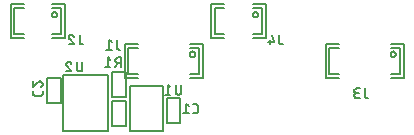
<source format=gbo>
G75*
%MOIN*%
%OFA0B0*%
%FSLAX25Y25*%
%IPPOS*%
%LPD*%
%AMOC8*
5,1,8,0,0,1.08239X$1,22.5*
%
%ADD10C,0.00500*%
%ADD11C,0.00700*%
D10*
X0061000Y0042496D02*
X0061000Y0057457D01*
X0072024Y0057457D01*
X0072024Y0042496D01*
X0061000Y0042496D01*
X0059499Y0044044D02*
X0059499Y0052444D01*
X0055099Y0052444D01*
X0055099Y0044044D01*
X0059499Y0044044D01*
X0053756Y0042535D02*
X0053756Y0061236D01*
X0038795Y0061236D01*
X0038795Y0042535D01*
X0053756Y0042535D01*
X0037846Y0051918D02*
X0037846Y0060318D01*
X0033446Y0060318D01*
X0033446Y0051918D01*
X0037846Y0051918D01*
X0055099Y0053887D02*
X0059499Y0053887D01*
X0059499Y0062287D01*
X0055099Y0062287D01*
X0055099Y0053887D01*
X0059268Y0060291D02*
X0063598Y0060291D01*
X0063598Y0061630D02*
X0060449Y0061630D01*
X0060449Y0070291D01*
X0063598Y0070291D01*
X0063598Y0071630D02*
X0059268Y0071630D01*
X0059268Y0060291D01*
X0073209Y0053625D02*
X0077609Y0053625D01*
X0077609Y0045225D01*
X0073209Y0045225D01*
X0073209Y0053625D01*
X0080921Y0060291D02*
X0085252Y0060291D01*
X0085252Y0071630D01*
X0080921Y0071630D01*
X0080921Y0070291D02*
X0084071Y0070291D01*
X0084071Y0061630D01*
X0080921Y0061630D01*
X0080907Y0068143D02*
X0080909Y0068203D01*
X0080915Y0068262D01*
X0080925Y0068321D01*
X0080939Y0068379D01*
X0080956Y0068436D01*
X0080978Y0068492D01*
X0081003Y0068546D01*
X0081032Y0068599D01*
X0081064Y0068649D01*
X0081099Y0068697D01*
X0081138Y0068743D01*
X0081179Y0068786D01*
X0081224Y0068826D01*
X0081271Y0068863D01*
X0081320Y0068897D01*
X0081371Y0068927D01*
X0081425Y0068954D01*
X0081480Y0068977D01*
X0081536Y0068997D01*
X0081594Y0069013D01*
X0081652Y0069025D01*
X0081712Y0069033D01*
X0081771Y0069037D01*
X0081831Y0069037D01*
X0081890Y0069033D01*
X0081950Y0069025D01*
X0082008Y0069013D01*
X0082066Y0068997D01*
X0082122Y0068977D01*
X0082177Y0068954D01*
X0082231Y0068927D01*
X0082282Y0068897D01*
X0082331Y0068863D01*
X0082378Y0068826D01*
X0082423Y0068786D01*
X0082464Y0068743D01*
X0082503Y0068697D01*
X0082538Y0068649D01*
X0082570Y0068599D01*
X0082599Y0068546D01*
X0082624Y0068492D01*
X0082646Y0068436D01*
X0082663Y0068379D01*
X0082677Y0068321D01*
X0082687Y0068262D01*
X0082693Y0068203D01*
X0082695Y0068143D01*
X0082693Y0068083D01*
X0082687Y0068024D01*
X0082677Y0067965D01*
X0082663Y0067907D01*
X0082646Y0067850D01*
X0082624Y0067794D01*
X0082599Y0067740D01*
X0082570Y0067687D01*
X0082538Y0067637D01*
X0082503Y0067589D01*
X0082464Y0067543D01*
X0082423Y0067500D01*
X0082378Y0067460D01*
X0082331Y0067423D01*
X0082282Y0067389D01*
X0082231Y0067359D01*
X0082177Y0067332D01*
X0082122Y0067309D01*
X0082066Y0067289D01*
X0082008Y0067273D01*
X0081950Y0067261D01*
X0081890Y0067253D01*
X0081831Y0067249D01*
X0081771Y0067249D01*
X0081712Y0067253D01*
X0081652Y0067261D01*
X0081594Y0067273D01*
X0081536Y0067289D01*
X0081480Y0067309D01*
X0081425Y0067332D01*
X0081371Y0067359D01*
X0081320Y0067389D01*
X0081271Y0067423D01*
X0081224Y0067460D01*
X0081179Y0067500D01*
X0081138Y0067543D01*
X0081099Y0067589D01*
X0081064Y0067637D01*
X0081032Y0067687D01*
X0081003Y0067740D01*
X0080978Y0067794D01*
X0080956Y0067850D01*
X0080939Y0067907D01*
X0080925Y0067965D01*
X0080915Y0068024D01*
X0080909Y0068083D01*
X0080907Y0068143D01*
X0088126Y0073480D02*
X0092457Y0073480D01*
X0092457Y0074819D02*
X0089307Y0074819D01*
X0089307Y0083480D01*
X0092457Y0083480D01*
X0092457Y0084819D02*
X0088126Y0084819D01*
X0088126Y0073480D01*
X0101906Y0073480D02*
X0106236Y0073480D01*
X0106236Y0084819D01*
X0101906Y0084819D01*
X0101906Y0083480D02*
X0105055Y0083480D01*
X0105055Y0074819D01*
X0101906Y0074819D01*
X0101891Y0081331D02*
X0101893Y0081391D01*
X0101899Y0081450D01*
X0101909Y0081509D01*
X0101923Y0081567D01*
X0101940Y0081624D01*
X0101962Y0081680D01*
X0101987Y0081734D01*
X0102016Y0081787D01*
X0102048Y0081837D01*
X0102083Y0081885D01*
X0102122Y0081931D01*
X0102163Y0081974D01*
X0102208Y0082014D01*
X0102255Y0082051D01*
X0102304Y0082085D01*
X0102355Y0082115D01*
X0102409Y0082142D01*
X0102464Y0082165D01*
X0102520Y0082185D01*
X0102578Y0082201D01*
X0102636Y0082213D01*
X0102696Y0082221D01*
X0102755Y0082225D01*
X0102815Y0082225D01*
X0102874Y0082221D01*
X0102934Y0082213D01*
X0102992Y0082201D01*
X0103050Y0082185D01*
X0103106Y0082165D01*
X0103161Y0082142D01*
X0103215Y0082115D01*
X0103266Y0082085D01*
X0103315Y0082051D01*
X0103362Y0082014D01*
X0103407Y0081974D01*
X0103448Y0081931D01*
X0103487Y0081885D01*
X0103522Y0081837D01*
X0103554Y0081787D01*
X0103583Y0081734D01*
X0103608Y0081680D01*
X0103630Y0081624D01*
X0103647Y0081567D01*
X0103661Y0081509D01*
X0103671Y0081450D01*
X0103677Y0081391D01*
X0103679Y0081331D01*
X0103677Y0081271D01*
X0103671Y0081212D01*
X0103661Y0081153D01*
X0103647Y0081095D01*
X0103630Y0081038D01*
X0103608Y0080982D01*
X0103583Y0080928D01*
X0103554Y0080875D01*
X0103522Y0080825D01*
X0103487Y0080777D01*
X0103448Y0080731D01*
X0103407Y0080688D01*
X0103362Y0080648D01*
X0103315Y0080611D01*
X0103266Y0080577D01*
X0103215Y0080547D01*
X0103161Y0080520D01*
X0103106Y0080497D01*
X0103050Y0080477D01*
X0102992Y0080461D01*
X0102934Y0080449D01*
X0102874Y0080441D01*
X0102815Y0080437D01*
X0102755Y0080437D01*
X0102696Y0080441D01*
X0102636Y0080449D01*
X0102578Y0080461D01*
X0102520Y0080477D01*
X0102464Y0080497D01*
X0102409Y0080520D01*
X0102355Y0080547D01*
X0102304Y0080577D01*
X0102255Y0080611D01*
X0102208Y0080648D01*
X0102163Y0080688D01*
X0102122Y0080731D01*
X0102083Y0080777D01*
X0102048Y0080825D01*
X0102016Y0080875D01*
X0101987Y0080928D01*
X0101962Y0080982D01*
X0101940Y0081038D01*
X0101923Y0081095D01*
X0101909Y0081153D01*
X0101899Y0081212D01*
X0101893Y0081271D01*
X0101891Y0081331D01*
X0126197Y0071630D02*
X0126197Y0060291D01*
X0130528Y0060291D01*
X0130528Y0061630D02*
X0127378Y0061630D01*
X0127378Y0070291D01*
X0130528Y0070291D01*
X0130528Y0071630D02*
X0126197Y0071630D01*
X0147850Y0071630D02*
X0152181Y0071630D01*
X0152181Y0060291D01*
X0147850Y0060291D01*
X0147850Y0061630D02*
X0151000Y0061630D01*
X0151000Y0070291D01*
X0147850Y0070291D01*
X0147836Y0068143D02*
X0147838Y0068203D01*
X0147844Y0068262D01*
X0147854Y0068321D01*
X0147868Y0068379D01*
X0147885Y0068436D01*
X0147907Y0068492D01*
X0147932Y0068546D01*
X0147961Y0068599D01*
X0147993Y0068649D01*
X0148028Y0068697D01*
X0148067Y0068743D01*
X0148108Y0068786D01*
X0148153Y0068826D01*
X0148200Y0068863D01*
X0148249Y0068897D01*
X0148300Y0068927D01*
X0148354Y0068954D01*
X0148409Y0068977D01*
X0148465Y0068997D01*
X0148523Y0069013D01*
X0148581Y0069025D01*
X0148641Y0069033D01*
X0148700Y0069037D01*
X0148760Y0069037D01*
X0148819Y0069033D01*
X0148879Y0069025D01*
X0148937Y0069013D01*
X0148995Y0068997D01*
X0149051Y0068977D01*
X0149106Y0068954D01*
X0149160Y0068927D01*
X0149211Y0068897D01*
X0149260Y0068863D01*
X0149307Y0068826D01*
X0149352Y0068786D01*
X0149393Y0068743D01*
X0149432Y0068697D01*
X0149467Y0068649D01*
X0149499Y0068599D01*
X0149528Y0068546D01*
X0149553Y0068492D01*
X0149575Y0068436D01*
X0149592Y0068379D01*
X0149606Y0068321D01*
X0149616Y0068262D01*
X0149622Y0068203D01*
X0149624Y0068143D01*
X0149622Y0068083D01*
X0149616Y0068024D01*
X0149606Y0067965D01*
X0149592Y0067907D01*
X0149575Y0067850D01*
X0149553Y0067794D01*
X0149528Y0067740D01*
X0149499Y0067687D01*
X0149467Y0067637D01*
X0149432Y0067589D01*
X0149393Y0067543D01*
X0149352Y0067500D01*
X0149307Y0067460D01*
X0149260Y0067423D01*
X0149211Y0067389D01*
X0149160Y0067359D01*
X0149106Y0067332D01*
X0149051Y0067309D01*
X0148995Y0067289D01*
X0148937Y0067273D01*
X0148879Y0067261D01*
X0148819Y0067253D01*
X0148760Y0067249D01*
X0148700Y0067249D01*
X0148641Y0067253D01*
X0148581Y0067261D01*
X0148523Y0067273D01*
X0148465Y0067289D01*
X0148409Y0067309D01*
X0148354Y0067332D01*
X0148300Y0067359D01*
X0148249Y0067389D01*
X0148200Y0067423D01*
X0148153Y0067460D01*
X0148108Y0067500D01*
X0148067Y0067543D01*
X0148028Y0067589D01*
X0147993Y0067637D01*
X0147961Y0067687D01*
X0147932Y0067740D01*
X0147907Y0067794D01*
X0147885Y0067850D01*
X0147868Y0067907D01*
X0147854Y0067965D01*
X0147844Y0068024D01*
X0147838Y0068083D01*
X0147836Y0068143D01*
X0039307Y0073480D02*
X0034976Y0073480D01*
X0034976Y0074819D02*
X0038126Y0074819D01*
X0038126Y0083480D01*
X0034976Y0083480D01*
X0034976Y0084819D02*
X0039307Y0084819D01*
X0039307Y0073480D01*
X0034962Y0081331D02*
X0034964Y0081391D01*
X0034970Y0081450D01*
X0034980Y0081509D01*
X0034994Y0081567D01*
X0035011Y0081624D01*
X0035033Y0081680D01*
X0035058Y0081734D01*
X0035087Y0081787D01*
X0035119Y0081837D01*
X0035154Y0081885D01*
X0035193Y0081931D01*
X0035234Y0081974D01*
X0035279Y0082014D01*
X0035326Y0082051D01*
X0035375Y0082085D01*
X0035426Y0082115D01*
X0035480Y0082142D01*
X0035535Y0082165D01*
X0035591Y0082185D01*
X0035649Y0082201D01*
X0035707Y0082213D01*
X0035767Y0082221D01*
X0035826Y0082225D01*
X0035886Y0082225D01*
X0035945Y0082221D01*
X0036005Y0082213D01*
X0036063Y0082201D01*
X0036121Y0082185D01*
X0036177Y0082165D01*
X0036232Y0082142D01*
X0036286Y0082115D01*
X0036337Y0082085D01*
X0036386Y0082051D01*
X0036433Y0082014D01*
X0036478Y0081974D01*
X0036519Y0081931D01*
X0036558Y0081885D01*
X0036593Y0081837D01*
X0036625Y0081787D01*
X0036654Y0081734D01*
X0036679Y0081680D01*
X0036701Y0081624D01*
X0036718Y0081567D01*
X0036732Y0081509D01*
X0036742Y0081450D01*
X0036748Y0081391D01*
X0036750Y0081331D01*
X0036748Y0081271D01*
X0036742Y0081212D01*
X0036732Y0081153D01*
X0036718Y0081095D01*
X0036701Y0081038D01*
X0036679Y0080982D01*
X0036654Y0080928D01*
X0036625Y0080875D01*
X0036593Y0080825D01*
X0036558Y0080777D01*
X0036519Y0080731D01*
X0036478Y0080688D01*
X0036433Y0080648D01*
X0036386Y0080611D01*
X0036337Y0080577D01*
X0036286Y0080547D01*
X0036232Y0080520D01*
X0036177Y0080497D01*
X0036121Y0080477D01*
X0036063Y0080461D01*
X0036005Y0080449D01*
X0035945Y0080441D01*
X0035886Y0080437D01*
X0035826Y0080437D01*
X0035767Y0080441D01*
X0035707Y0080449D01*
X0035649Y0080461D01*
X0035591Y0080477D01*
X0035535Y0080497D01*
X0035480Y0080520D01*
X0035426Y0080547D01*
X0035375Y0080577D01*
X0035326Y0080611D01*
X0035279Y0080648D01*
X0035234Y0080688D01*
X0035193Y0080731D01*
X0035154Y0080777D01*
X0035119Y0080825D01*
X0035087Y0080875D01*
X0035058Y0080928D01*
X0035033Y0080982D01*
X0035011Y0081038D01*
X0034994Y0081095D01*
X0034980Y0081153D01*
X0034970Y0081212D01*
X0034964Y0081271D01*
X0034962Y0081331D01*
X0025528Y0083480D02*
X0022378Y0083480D01*
X0022378Y0074819D01*
X0025528Y0074819D01*
X0025528Y0073480D02*
X0021197Y0073480D01*
X0021197Y0084819D01*
X0025528Y0084819D01*
D11*
X0040579Y0073817D02*
X0040581Y0073872D01*
X0040587Y0073927D01*
X0040596Y0073982D01*
X0040609Y0074035D01*
X0040626Y0074088D01*
X0040646Y0074139D01*
X0040670Y0074189D01*
X0040697Y0074237D01*
X0040727Y0074284D01*
X0040760Y0074328D01*
X0040797Y0074369D01*
X0040836Y0074408D01*
X0040877Y0074445D01*
X0040921Y0074478D01*
X0040968Y0074508D01*
X0041016Y0074535D01*
X0041066Y0074559D01*
X0041117Y0074579D01*
X0041170Y0074596D01*
X0041223Y0074609D01*
X0041278Y0074618D01*
X0041333Y0074624D01*
X0041388Y0074626D01*
X0040579Y0073817D02*
X0040581Y0073758D01*
X0040587Y0073700D01*
X0040597Y0073642D01*
X0040610Y0073585D01*
X0040628Y0073529D01*
X0040649Y0073475D01*
X0040674Y0073422D01*
X0040703Y0073370D01*
X0040734Y0073321D01*
X0040769Y0073274D01*
X0040808Y0073230D01*
X0040849Y0073188D01*
X0040848Y0073188D02*
X0042377Y0071389D01*
X0040578Y0071389D01*
X0042377Y0073907D02*
X0042356Y0073966D01*
X0042332Y0074023D01*
X0042304Y0074079D01*
X0042273Y0074133D01*
X0042239Y0074185D01*
X0042202Y0074235D01*
X0042161Y0074282D01*
X0042118Y0074327D01*
X0042073Y0074370D01*
X0042025Y0074409D01*
X0041974Y0074446D01*
X0041922Y0074480D01*
X0041867Y0074510D01*
X0041811Y0074537D01*
X0041754Y0074561D01*
X0041695Y0074581D01*
X0041635Y0074597D01*
X0041574Y0074610D01*
X0041512Y0074620D01*
X0041450Y0074625D01*
X0041388Y0074627D01*
X0044217Y0074626D02*
X0044217Y0072109D01*
X0044219Y0072058D01*
X0044224Y0072007D01*
X0044233Y0071956D01*
X0044246Y0071906D01*
X0044262Y0071858D01*
X0044282Y0071810D01*
X0044305Y0071764D01*
X0044331Y0071720D01*
X0044360Y0071678D01*
X0044393Y0071638D01*
X0044428Y0071601D01*
X0044465Y0071566D01*
X0044505Y0071533D01*
X0044547Y0071504D01*
X0044591Y0071478D01*
X0044637Y0071455D01*
X0044685Y0071435D01*
X0044733Y0071419D01*
X0044783Y0071406D01*
X0044834Y0071397D01*
X0044885Y0071392D01*
X0044936Y0071390D01*
X0044936Y0071389D02*
X0045296Y0071389D01*
X0053059Y0069618D02*
X0054857Y0069618D01*
X0053958Y0069618D02*
X0053958Y0072855D01*
X0054857Y0072135D01*
X0056697Y0072855D02*
X0056697Y0070337D01*
X0056699Y0070286D01*
X0056704Y0070235D01*
X0056713Y0070184D01*
X0056726Y0070134D01*
X0056742Y0070086D01*
X0056762Y0070038D01*
X0056785Y0069992D01*
X0056811Y0069948D01*
X0056840Y0069906D01*
X0056873Y0069866D01*
X0056908Y0069829D01*
X0056945Y0069794D01*
X0056985Y0069761D01*
X0057027Y0069732D01*
X0057071Y0069706D01*
X0057117Y0069683D01*
X0057165Y0069663D01*
X0057213Y0069647D01*
X0057263Y0069634D01*
X0057314Y0069625D01*
X0057365Y0069620D01*
X0057416Y0069618D01*
X0057776Y0069618D01*
X0057906Y0067036D02*
X0057007Y0067036D01*
X0057906Y0067036D02*
X0057906Y0063799D01*
X0057906Y0065237D02*
X0057007Y0065237D01*
X0056827Y0065237D02*
X0056108Y0063799D01*
X0054399Y0063799D02*
X0052601Y0063799D01*
X0053500Y0063799D02*
X0053500Y0067036D01*
X0054399Y0066316D01*
X0057007Y0067036D02*
X0056948Y0067034D01*
X0056890Y0067028D01*
X0056832Y0067019D01*
X0056774Y0067005D01*
X0056718Y0066988D01*
X0056663Y0066968D01*
X0056609Y0066943D01*
X0056558Y0066916D01*
X0056508Y0066884D01*
X0056460Y0066850D01*
X0056414Y0066813D01*
X0056371Y0066773D01*
X0056331Y0066730D01*
X0056294Y0066684D01*
X0056260Y0066636D01*
X0056228Y0066587D01*
X0056201Y0066535D01*
X0056176Y0066481D01*
X0056156Y0066426D01*
X0056139Y0066370D01*
X0056125Y0066312D01*
X0056116Y0066254D01*
X0056110Y0066196D01*
X0056108Y0066137D01*
X0056110Y0066078D01*
X0056116Y0066020D01*
X0056125Y0065962D01*
X0056139Y0065904D01*
X0056156Y0065848D01*
X0056176Y0065793D01*
X0056201Y0065739D01*
X0056228Y0065688D01*
X0056260Y0065638D01*
X0056294Y0065590D01*
X0056331Y0065544D01*
X0056371Y0065501D01*
X0056414Y0065461D01*
X0056460Y0065424D01*
X0056508Y0065390D01*
X0056558Y0065358D01*
X0056609Y0065331D01*
X0056663Y0065306D01*
X0056718Y0065286D01*
X0056774Y0065269D01*
X0056832Y0065255D01*
X0056890Y0065246D01*
X0056948Y0065240D01*
X0057007Y0065238D01*
X0045138Y0065611D02*
X0045138Y0063273D01*
X0045136Y0063214D01*
X0045130Y0063156D01*
X0045121Y0063098D01*
X0045107Y0063040D01*
X0045090Y0062984D01*
X0045070Y0062929D01*
X0045045Y0062875D01*
X0045018Y0062824D01*
X0044986Y0062774D01*
X0044952Y0062726D01*
X0044915Y0062680D01*
X0044875Y0062637D01*
X0044832Y0062597D01*
X0044786Y0062560D01*
X0044738Y0062526D01*
X0044689Y0062494D01*
X0044637Y0062467D01*
X0044583Y0062442D01*
X0044528Y0062422D01*
X0044472Y0062405D01*
X0044414Y0062391D01*
X0044356Y0062382D01*
X0044298Y0062376D01*
X0044239Y0062374D01*
X0044180Y0062376D01*
X0044122Y0062382D01*
X0044064Y0062391D01*
X0044006Y0062405D01*
X0043950Y0062422D01*
X0043895Y0062442D01*
X0043841Y0062467D01*
X0043790Y0062494D01*
X0043740Y0062526D01*
X0043692Y0062560D01*
X0043646Y0062597D01*
X0043603Y0062637D01*
X0043563Y0062680D01*
X0043526Y0062726D01*
X0043492Y0062774D01*
X0043460Y0062824D01*
X0043433Y0062875D01*
X0043408Y0062929D01*
X0043388Y0062984D01*
X0043371Y0063040D01*
X0043357Y0063098D01*
X0043348Y0063156D01*
X0043342Y0063214D01*
X0043340Y0063273D01*
X0043340Y0065611D01*
X0039949Y0064172D02*
X0039908Y0064214D01*
X0039869Y0064258D01*
X0039834Y0064305D01*
X0039803Y0064354D01*
X0039774Y0064406D01*
X0039749Y0064459D01*
X0039728Y0064513D01*
X0039710Y0064569D01*
X0039697Y0064626D01*
X0039687Y0064684D01*
X0039681Y0064742D01*
X0039679Y0064801D01*
X0039948Y0064172D02*
X0041477Y0062374D01*
X0039678Y0062374D01*
X0041477Y0064891D02*
X0041456Y0064950D01*
X0041432Y0065007D01*
X0041404Y0065063D01*
X0041373Y0065117D01*
X0041339Y0065169D01*
X0041302Y0065219D01*
X0041261Y0065266D01*
X0041218Y0065311D01*
X0041173Y0065354D01*
X0041125Y0065393D01*
X0041074Y0065430D01*
X0041022Y0065464D01*
X0040967Y0065494D01*
X0040911Y0065521D01*
X0040854Y0065545D01*
X0040795Y0065565D01*
X0040735Y0065581D01*
X0040674Y0065594D01*
X0040612Y0065604D01*
X0040550Y0065609D01*
X0040488Y0065611D01*
X0040488Y0065610D02*
X0040433Y0065608D01*
X0040378Y0065602D01*
X0040323Y0065593D01*
X0040270Y0065580D01*
X0040217Y0065563D01*
X0040166Y0065543D01*
X0040116Y0065519D01*
X0040068Y0065492D01*
X0040021Y0065462D01*
X0039977Y0065429D01*
X0039936Y0065392D01*
X0039897Y0065353D01*
X0039860Y0065312D01*
X0039827Y0065268D01*
X0039797Y0065221D01*
X0039770Y0065173D01*
X0039746Y0065123D01*
X0039726Y0065072D01*
X0039709Y0065019D01*
X0039696Y0064966D01*
X0039687Y0064911D01*
X0039681Y0064856D01*
X0039679Y0064801D01*
X0031902Y0058278D02*
X0031900Y0058333D01*
X0031894Y0058388D01*
X0031885Y0058443D01*
X0031872Y0058496D01*
X0031855Y0058549D01*
X0031835Y0058600D01*
X0031811Y0058650D01*
X0031784Y0058698D01*
X0031754Y0058745D01*
X0031721Y0058789D01*
X0031684Y0058830D01*
X0031645Y0058869D01*
X0031604Y0058906D01*
X0031560Y0058939D01*
X0031513Y0058969D01*
X0031465Y0058996D01*
X0031415Y0059020D01*
X0031364Y0059040D01*
X0031311Y0059057D01*
X0031258Y0059070D01*
X0031203Y0059079D01*
X0031148Y0059085D01*
X0031093Y0059087D01*
X0030463Y0058817D02*
X0028665Y0057289D01*
X0028665Y0059087D01*
X0031182Y0057289D02*
X0031241Y0057310D01*
X0031298Y0057334D01*
X0031354Y0057362D01*
X0031408Y0057393D01*
X0031460Y0057427D01*
X0031510Y0057464D01*
X0031557Y0057505D01*
X0031602Y0057548D01*
X0031645Y0057593D01*
X0031684Y0057641D01*
X0031721Y0057692D01*
X0031755Y0057744D01*
X0031785Y0057799D01*
X0031812Y0057855D01*
X0031836Y0057912D01*
X0031856Y0057971D01*
X0031872Y0058031D01*
X0031885Y0058092D01*
X0031895Y0058154D01*
X0031900Y0058216D01*
X0031902Y0058278D01*
X0031093Y0059087D02*
X0031034Y0059085D01*
X0030976Y0059079D01*
X0030918Y0059069D01*
X0030861Y0059056D01*
X0030805Y0059038D01*
X0030751Y0059017D01*
X0030698Y0058992D01*
X0030646Y0058963D01*
X0030597Y0058932D01*
X0030550Y0058897D01*
X0030506Y0058858D01*
X0030464Y0058817D01*
X0031902Y0055758D02*
X0031902Y0055039D01*
X0031900Y0054988D01*
X0031895Y0054937D01*
X0031886Y0054886D01*
X0031873Y0054836D01*
X0031857Y0054788D01*
X0031837Y0054740D01*
X0031814Y0054694D01*
X0031788Y0054650D01*
X0031759Y0054608D01*
X0031726Y0054568D01*
X0031691Y0054531D01*
X0031654Y0054496D01*
X0031614Y0054463D01*
X0031572Y0054434D01*
X0031528Y0054408D01*
X0031482Y0054385D01*
X0031434Y0054365D01*
X0031386Y0054349D01*
X0031336Y0054336D01*
X0031285Y0054327D01*
X0031234Y0054322D01*
X0031183Y0054320D01*
X0031183Y0054319D02*
X0029384Y0054319D01*
X0029384Y0054320D02*
X0029333Y0054322D01*
X0029282Y0054327D01*
X0029231Y0054336D01*
X0029181Y0054349D01*
X0029133Y0054365D01*
X0029085Y0054385D01*
X0029039Y0054408D01*
X0028995Y0054434D01*
X0028953Y0054463D01*
X0028913Y0054496D01*
X0028876Y0054531D01*
X0028841Y0054568D01*
X0028808Y0054608D01*
X0028779Y0054650D01*
X0028753Y0054694D01*
X0028730Y0054740D01*
X0028710Y0054788D01*
X0028694Y0054836D01*
X0028681Y0054886D01*
X0028672Y0054937D01*
X0028667Y0054988D01*
X0028665Y0055039D01*
X0028665Y0055758D01*
X0072592Y0054657D02*
X0074390Y0054657D01*
X0073491Y0054657D02*
X0073491Y0057894D01*
X0074390Y0057175D01*
X0076253Y0057894D02*
X0076253Y0055556D01*
X0076255Y0055497D01*
X0076261Y0055439D01*
X0076270Y0055381D01*
X0076284Y0055323D01*
X0076301Y0055267D01*
X0076321Y0055212D01*
X0076346Y0055158D01*
X0076373Y0055107D01*
X0076405Y0055057D01*
X0076439Y0055009D01*
X0076476Y0054963D01*
X0076516Y0054920D01*
X0076559Y0054880D01*
X0076605Y0054843D01*
X0076653Y0054809D01*
X0076703Y0054777D01*
X0076754Y0054750D01*
X0076808Y0054725D01*
X0076863Y0054705D01*
X0076919Y0054688D01*
X0076977Y0054674D01*
X0077035Y0054665D01*
X0077093Y0054659D01*
X0077152Y0054657D01*
X0077211Y0054659D01*
X0077269Y0054665D01*
X0077327Y0054674D01*
X0077385Y0054688D01*
X0077441Y0054705D01*
X0077496Y0054725D01*
X0077550Y0054750D01*
X0077602Y0054777D01*
X0077651Y0054809D01*
X0077699Y0054843D01*
X0077745Y0054880D01*
X0077788Y0054920D01*
X0077828Y0054963D01*
X0077865Y0055009D01*
X0077899Y0055057D01*
X0077931Y0055107D01*
X0077958Y0055158D01*
X0077983Y0055212D01*
X0078003Y0055267D01*
X0078020Y0055323D01*
X0078034Y0055381D01*
X0078043Y0055439D01*
X0078049Y0055497D01*
X0078051Y0055556D01*
X0078052Y0055556D02*
X0078052Y0057894D01*
X0079639Y0051587D02*
X0079639Y0048350D01*
X0080538Y0048350D02*
X0078740Y0048350D01*
X0080538Y0050868D02*
X0079639Y0051587D01*
X0082069Y0051587D02*
X0082788Y0051587D01*
X0082839Y0051585D01*
X0082890Y0051580D01*
X0082941Y0051571D01*
X0082991Y0051558D01*
X0083039Y0051542D01*
X0083087Y0051522D01*
X0083133Y0051499D01*
X0083177Y0051473D01*
X0083219Y0051444D01*
X0083259Y0051411D01*
X0083296Y0051376D01*
X0083331Y0051339D01*
X0083364Y0051299D01*
X0083393Y0051257D01*
X0083419Y0051213D01*
X0083442Y0051167D01*
X0083462Y0051119D01*
X0083478Y0051071D01*
X0083491Y0051021D01*
X0083500Y0050970D01*
X0083505Y0050919D01*
X0083507Y0050868D01*
X0083507Y0049069D01*
X0083505Y0049018D01*
X0083500Y0048967D01*
X0083491Y0048916D01*
X0083478Y0048866D01*
X0083462Y0048818D01*
X0083442Y0048770D01*
X0083419Y0048724D01*
X0083393Y0048680D01*
X0083364Y0048638D01*
X0083331Y0048598D01*
X0083296Y0048561D01*
X0083259Y0048526D01*
X0083219Y0048493D01*
X0083177Y0048464D01*
X0083133Y0048438D01*
X0083087Y0048415D01*
X0083039Y0048395D01*
X0082991Y0048379D01*
X0082941Y0048366D01*
X0082890Y0048357D01*
X0082839Y0048352D01*
X0082788Y0048350D01*
X0082069Y0048350D01*
X0107653Y0071389D02*
X0107653Y0072828D01*
X0107114Y0072109D02*
X0108912Y0072109D01*
X0108193Y0074626D01*
X0110752Y0074626D02*
X0110752Y0072109D01*
X0110754Y0072058D01*
X0110759Y0072007D01*
X0110768Y0071956D01*
X0110781Y0071906D01*
X0110797Y0071858D01*
X0110817Y0071810D01*
X0110840Y0071764D01*
X0110866Y0071720D01*
X0110895Y0071678D01*
X0110928Y0071638D01*
X0110963Y0071601D01*
X0111000Y0071566D01*
X0111040Y0071533D01*
X0111082Y0071504D01*
X0111126Y0071478D01*
X0111172Y0071455D01*
X0111220Y0071435D01*
X0111268Y0071419D01*
X0111318Y0071406D01*
X0111369Y0071397D01*
X0111420Y0071392D01*
X0111471Y0071390D01*
X0111471Y0071389D02*
X0111831Y0071389D01*
X0136455Y0056713D02*
X0137534Y0056713D01*
X0136455Y0056713D02*
X0136403Y0056711D01*
X0136350Y0056705D01*
X0136299Y0056696D01*
X0136248Y0056683D01*
X0136198Y0056666D01*
X0136150Y0056645D01*
X0136103Y0056621D01*
X0136058Y0056594D01*
X0136016Y0056563D01*
X0135975Y0056529D01*
X0135937Y0056493D01*
X0135902Y0056454D01*
X0135870Y0056412D01*
X0135841Y0056369D01*
X0135816Y0056323D01*
X0135793Y0056275D01*
X0135775Y0056226D01*
X0135759Y0056176D01*
X0135748Y0056125D01*
X0135740Y0056073D01*
X0135736Y0056020D01*
X0135736Y0055968D01*
X0135740Y0055915D01*
X0135748Y0055863D01*
X0135759Y0055812D01*
X0135775Y0055762D01*
X0135793Y0055713D01*
X0135816Y0055665D01*
X0135841Y0055619D01*
X0135870Y0055576D01*
X0135902Y0055534D01*
X0135937Y0055495D01*
X0135975Y0055459D01*
X0136016Y0055425D01*
X0136058Y0055394D01*
X0136103Y0055367D01*
X0136150Y0055343D01*
X0136198Y0055322D01*
X0136248Y0055305D01*
X0136299Y0055292D01*
X0136350Y0055283D01*
X0136403Y0055277D01*
X0136455Y0055275D01*
X0136455Y0055274D02*
X0137175Y0055274D01*
X0136635Y0055274D02*
X0136576Y0055272D01*
X0136518Y0055266D01*
X0136460Y0055257D01*
X0136402Y0055243D01*
X0136346Y0055226D01*
X0136291Y0055206D01*
X0136237Y0055181D01*
X0136186Y0055154D01*
X0136136Y0055122D01*
X0136088Y0055088D01*
X0136042Y0055051D01*
X0135999Y0055011D01*
X0135959Y0054968D01*
X0135922Y0054922D01*
X0135888Y0054874D01*
X0135856Y0054825D01*
X0135829Y0054773D01*
X0135804Y0054719D01*
X0135784Y0054664D01*
X0135767Y0054608D01*
X0135753Y0054550D01*
X0135744Y0054492D01*
X0135738Y0054434D01*
X0135736Y0054375D01*
X0135738Y0054316D01*
X0135744Y0054258D01*
X0135753Y0054200D01*
X0135767Y0054142D01*
X0135784Y0054086D01*
X0135804Y0054031D01*
X0135829Y0053977D01*
X0135856Y0053926D01*
X0135888Y0053876D01*
X0135922Y0053828D01*
X0135959Y0053782D01*
X0135999Y0053739D01*
X0136042Y0053699D01*
X0136088Y0053662D01*
X0136136Y0053628D01*
X0136186Y0053596D01*
X0136237Y0053569D01*
X0136291Y0053544D01*
X0136346Y0053524D01*
X0136402Y0053507D01*
X0136460Y0053493D01*
X0136518Y0053484D01*
X0136576Y0053478D01*
X0136635Y0053476D01*
X0137534Y0053476D01*
X0139374Y0054195D02*
X0139374Y0056713D01*
X0139374Y0054195D02*
X0139376Y0054144D01*
X0139381Y0054093D01*
X0139390Y0054042D01*
X0139403Y0053992D01*
X0139419Y0053944D01*
X0139439Y0053896D01*
X0139462Y0053850D01*
X0139488Y0053806D01*
X0139517Y0053764D01*
X0139550Y0053724D01*
X0139585Y0053687D01*
X0139622Y0053652D01*
X0139662Y0053619D01*
X0139704Y0053590D01*
X0139748Y0053564D01*
X0139794Y0053541D01*
X0139842Y0053521D01*
X0139890Y0053505D01*
X0139940Y0053492D01*
X0139991Y0053483D01*
X0140042Y0053478D01*
X0140093Y0053476D01*
X0140453Y0053476D01*
M02*

</source>
